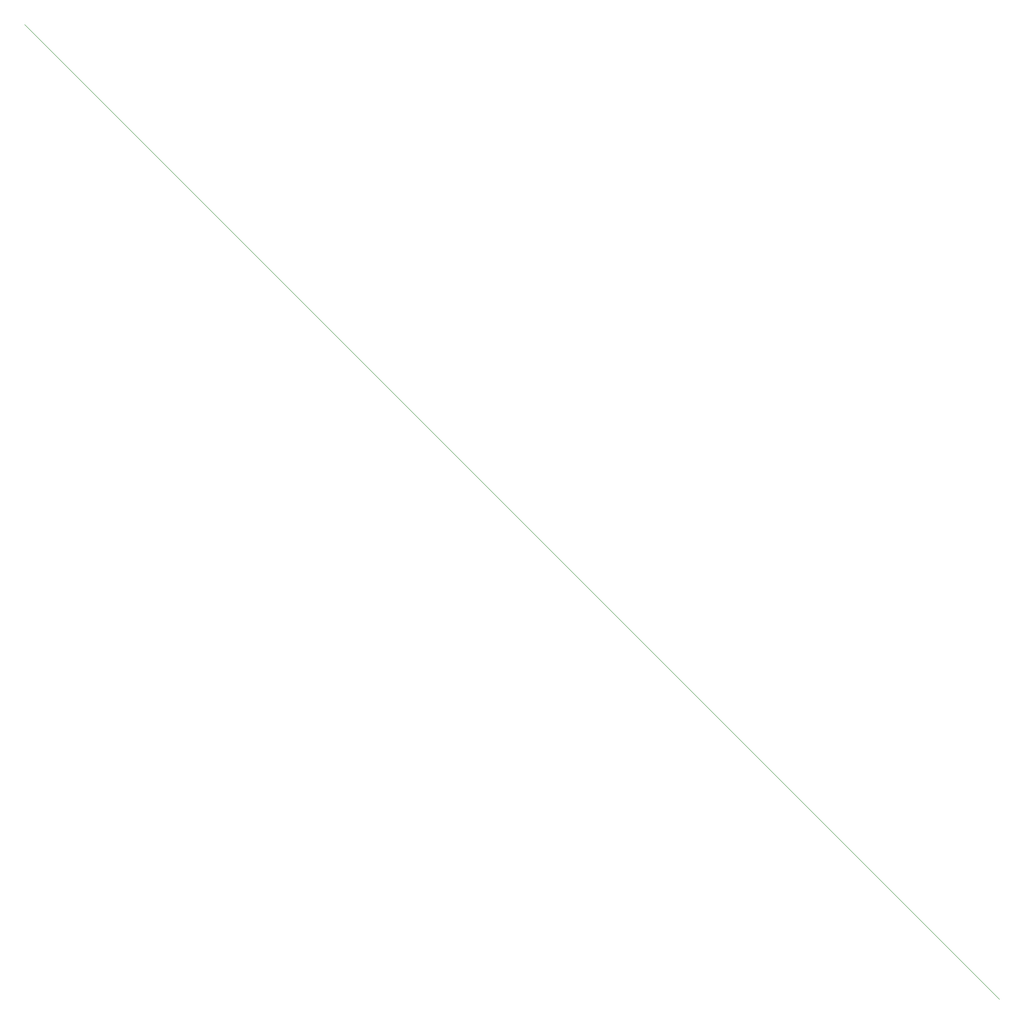
<source format=gbr>
%MOMM*%
%FSLAX26Y26*%
%LPD*%
%ADD10C,0.25*%
D10*
X815926961Y98073039D02*
G01*
%LS1.5707963267949*
X98073039Y98073039D01*
%LS1*
X98073039Y815926961D01*
%LS1*
X815926961Y815926961D01*
X815926961Y98073039D01*
M02*

</source>
